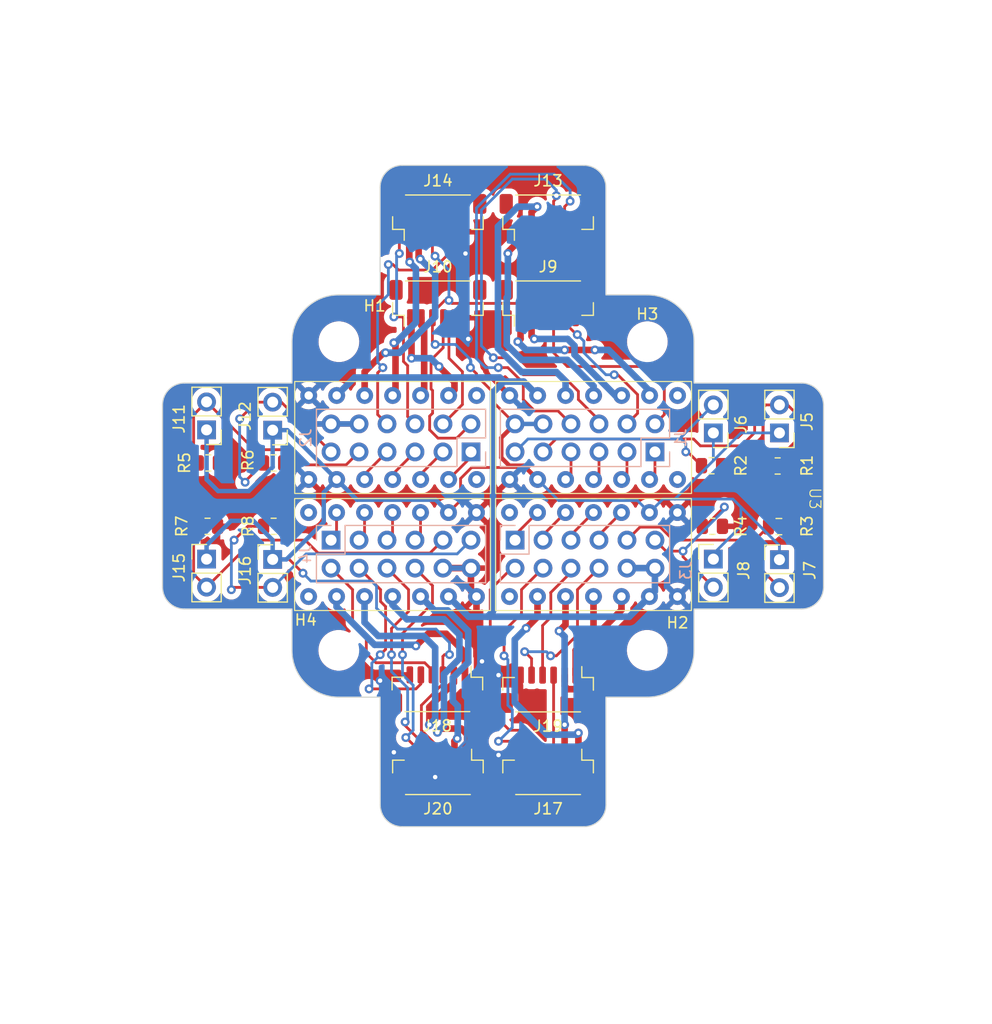
<source format=kicad_pcb>
(kicad_pcb (version 20221018) (generator pcbnew)
  (layers (0 "F.Cu" signal) (31 "B.Cu" signal) (34 "B.Paste" user) (35 "F.Paste" user) (36 "B.SilkS" user "B.Silkscreen") (37 "F.SilkS" user "F.Silkscreen") (38 "B.Mask" user) (39 "F.Mask" user) (44 "Edge.Cuts" user))
  (net 0 "")
  (net 1 "/MA_00")
  (net 2 "/MB_00")
  (net 3 "/MA_10")
  (net 4 "/MB_10")
  (net 5 "/MA_20")
  (net 6 "/MB_20")
  (net 7 "/MA_30")
  (net 8 "/MB_30")
  (net 9 "/MA_01")
  (net 10 "/MB_01")
  (net 11 "/MA_11")
  (net 12 "/MB_11")
  (net 13 "/MA_21")
  (net 14 "/MB_21")
  (net 15 "/MA_31")
  (net 16 "/MB_31")
  (net 17 "/EA_00")
  (net 18 "/EB_00")
  (net 19 "/EA_10")
  (net 20 "/EB_10")
  (net 21 "/EA_20")
  (net 22 "/EB_20")
  (net 23 "/EA_30")
  (net 24 "/EB_30")
  (net 25 "/EA_01")
  (net 26 "/EB_01")
  (net 27 "/EA_11")
  (net 28 "/EB_11")
  (net 29 "/EA_21")
  (net 30 "/EB_21")
  (net 31 "/EA_31")
  (net 32 "/EB_31")
  (net 33 "/INA_00")
  (net 34 "/INB_00")
  (net 35 "/INA_01")
  (net 36 "/INB_01")
  (net 37 "/INA_20")
  (net 38 "/INB_20")
  (net 39 "/INA_10")
  (net 40 "/INB_10")
  (net 41 "/INA_11")
  (net 42 "/INB_11")
  (net 43 "/INA_21")
  (net 44 "/INB_21")
  (net 45 "/INA_30")
  (net 46 "/INB_30")
  (net 47 "/INA_31")
  (net 48 "/INB_31")
  (net 49 "+3.3V")
  (net 50 "/SW_00")
  (net 51 "/SW_01")
  (net 52 "/SW_10")
  (net 53 "/SW_11")
  (net 54 "/SW_20")
  (net 55 "/SW_21")
  (net 56 "GND")
  (net 57 "/SW_30")
  (net 58 "/SW_31")
  (net 60 "+12V")
  (footprint "Polulu:DRV8835" (layer "F.Cu") (at 76.02 95.23 -90)
    (fp_text reference "U4" hide)
    (fp_text value "~")
  )
  (footprint "Connector_JST:JST_SH_BM06B-SRSS-TB_1x06-1MP_P1.00mm_Vertical" (layer "F.Cu") (at 81.25 69.7)
    (fp_text reference "J13")
    (fp_text value "Conn_01x06")
  )
  (footprint "Connector_PinHeader_2.54mm:PinHeader_1x02_P2.54mm_Vertical" (layer "F.Cu") (at 50.25 100.725)
    (fp_text reference "J15")
    (fp_text value "Conn_01x02")
  )
  (footprint "Connector_PinHeader_2.54mm:PinHeader_1x02_P2.54mm_Vertical" (layer "F.Cu") (at 96.25 100.725)
    (fp_text reference "J8")
    (fp_text value "Conn_01x02")
  )
  (footprint "Polulu:DRV8835" (layer "F.Cu") (at 94.26 95.23 -90)
    (fp_text reference "U3")
    (fp_text value "~")
  )
  (footprint "Resistor_SMD:R_0805_2012Metric" (layer "F.Cu") (at 96.1625 97.75)
    (fp_text reference "R4")
    (fp_text value "R")
  )
  (footprint "Connector_PinHeader_2.54mm:PinHeader_1x02_P2.54mm_Vertical" (layer "F.Cu") (at 56.25 89.025 180)
    (fp_text reference "J12")
    (fp_text value "Conn_01x02")
  )
  (footprint "MountingHole:MountingHole_3.2mm_M3" (layer "F.Cu") (at 90.26 81)
    (fp_text reference "H3")
    (fp_text value "MountingHole" hide)
  )
  (footprint "MountingHole:MountingHole_3.2mm_M3" (layer "F.Cu") (at 62.26 81)
    (fp_text reference "H1")
    (fp_text value "MountingHole" hide)
  )
  (footprint "Resistor_SMD:R_0805_2012Metric" (layer "F.Cu") (at 96.0875 92.25)
    (fp_text reference "R2")
    (fp_text value "R")
  )
  (footprint "Connector_PinHeader_2.54mm:PinHeader_1x02_P2.54mm_Vertical" (layer "F.Cu") (at 102.25 100.775)
    (fp_text reference "J7")
    (fp_text value "Conn_01x02")
  )
  (footprint "Resistor_SMD:R_0805_2012Metric" (layer "F.Cu") (at 50.3375 97.75)
    (fp_text reference "R7")
    (fp_text value "R")
  )
  (footprint "Connector_PinHeader_2.54mm:PinHeader_1x02_P2.54mm_Vertical" (layer "F.Cu") (at 56.25 100.75)
    (fp_text reference "J16")
    (fp_text value "Conn_01x02")
  )
  (footprint "MountingHole:MountingHole_3.2mm_M3" (layer "F.Cu") (at 62.25 109)
    (fp_text reference "H4")
    (fp_text value "MountingHole" hide)
  )
  (footprint "Connector_JST:JST_SH_BM06B-SRSS-TB_1x06-1MP_P1.00mm_Vertical" (layer "F.Cu") (at 71.25 69.7)
    (fp_text reference "J14")
    (fp_text value "Conn_01x06")
  )
  (footprint "Connector_JST:JST_SH_BM06B-SRSS-TB_1x06-1MP_P1.00mm_Vertical" (layer "F.Cu") (at 81.25 77.5)
    (fp_text reference "J9")
    (fp_text value "Conn_01x06")
  )
  (footprint "Connector_JST:JST_SH_BM06B-SRSS-TB_1x06-1MP_P1.00mm_Vertical" (layer "F.Cu") (at 71.25 120.075 180)
    (fp_text reference "J20")
    (fp_text value "Conn_01x06")
  )
  (footprint "Resistor_SMD:R_0805_2012Metric" (layer "F.Cu") (at 50.4125 92)
    (fp_text reference "R5")
    (fp_text value "R")
  )
  (footprint "Connector_PinHeader_2.54mm:PinHeader_1x02_P2.54mm_Vertical" (layer "F.Cu") (at 50.25 89 180)
    (fp_text reference "J11")
    (fp_text value "Conn_01x02")
  )
  (footprint "Resistor_SMD:R_0805_2012Metric" (layer "F.Cu") (at 102.0875 92.275)
    (fp_text reference "R1")
    (fp_text value "R")
  )
  (footprint "Polulu:DRV8835" (layer "F.Cu") (at 58.25 94.77 90)
    (fp_text reference "U2" hide)
    (fp_text value "~")
  )
  (footprint "Connector_JST:JST_SH_BM06B-SRSS-TB_1x06-1MP_P1.00mm_Vertical" (layer "F.Cu") (at 71.25 77.5)
    (fp_text reference "J10")
    (fp_text value "Conn_01x06")
  )
  (footprint "Connector_JST:JST_SH_BM06B-SRSS-TB_1x06-1MP_P1.00mm_Vertical" (layer "F.Cu") (at 81.25 112.575 180)
    (fp_text reference "J19")
    (fp_text value "Conn_01x06")
  )
  (footprint "Resistor_SMD:R_0805_2012Metric" (layer "F.Cu") (at 56.3375 92)
    (fp_text reference "R6")
    (fp_text value "R")
  )
  (footprint "Polulu:DRV8835" (layer "F.Cu") (at 76.49 94.77 90)
    (fp_text reference "U1" hide)
    (fp_text value "~")
  )
  (footprint "Connector_JST:JST_SH_BM06B-SRSS-TB_1x06-1MP_P1.00mm_Vertical" (layer "F.Cu") (at 71.2 112.55 180)
    (fp_text reference "J18")
    (fp_text value "Conn_01x06")
  )
  (footprint "Connector_JST:JST_SH_BM06B-SRSS-TB_1x06-1MP_P1.00mm_Vertical" (layer "F.Cu") (at 81.25 120.075 180)
    (fp_text reference "J17")
    (fp_text value "Conn_01x06")
  )
  (footprint "Resistor_SMD:R_0805_2012Metric" (layer "F.Cu") (at 56.3375 97.75)
    (fp_text reference "R8")
    (fp_text value "R")
  )
  (footprint "Capacitor_SMD:C_0805_2012Metric" (layer "F.Cu") (at 102.2 97.775)
    (fp_text reference "R3")
    (fp_text value "R")
  )
  (footprint "MountingHole:MountingHole_3.2mm_M3" (layer "F.Cu") (at 90.25 109)
    (fp_text reference "H2")
    (fp_text value "MountingHole" hide)
  )
  (footprint "Connector_PinHeader_2.54mm:PinHeader_1x02_P2.54mm_Vertical" (layer "F.Cu") (at 96.25 89.275 180)
    (fp_text reference "J6")
    (fp_text value "Conn_01x02")
  )
  (footprint "Connector_PinHeader_2.54mm:PinHeader_1x02_P2.54mm_Vertical" (layer "F.Cu") (at 102.25 89.275 180)
    (fp_text reference "J5")
    (fp_text value "Conn_01x02")
  )
  (footprint "Connector_PinHeader_2.54mm:PinHeader_2x06_P2.54mm_Vertical" (layer "B.Cu") (at 74.25 91 90)
    (fp_text reference "J2")
    (fp_text value "Conn_02x06_Odd_Even")
  )
  (footprint "Connector_PinHeader_2.54mm:PinHeader_2x06_P2.54mm_Vertical" (layer "B.Cu") (at 78.25 99 -90)
    (fp_text reference "J3")
    (fp_text value "Conn_02x06_Odd_Even")
  )
  (footprint "Connector_PinHeader_2.54mm:PinHeader_2x06_P2.54mm_Vertical" (layer "B.Cu") (at 61.55 99 -90)
    (fp_text reference "J4")
    (fp_text value "Conn_02x06_Odd_Even")
  )
  (footprint "Connector_PinHeader_2.54mm:PinHeader_2x06_P2.54mm_Vertical" (layer "B.Cu") (at 90.95 91 90)
    (fp_text reference "J1")
    (fp_text value "Conn_02x06_Odd_Even")
  )
  (gr_line (start 84.5 65) (end 68 65) (stroke (width 0.1)) (layer "Edge.Cuts"))
  (gr_arc (start 106.25 103.25) (mid 105.664214 104.664214) (end 104.25 105.25) (stroke (width 0.1)) (layer "Edge.Cuts"))
  (gr_arc (start 94.5 109) (mid 93.255204 112.005204) (end 90.25 113.25) (stroke (width 0.1)) (layer "Edge.Cuts"))
  (gr_line (start 84.51 125) (end 68.01 125) (stroke (width 0.1)) (layer "Edge.Cuts"))
  (gr_arc (start 66 67) (mid 66.585786 65.585786) (end 68 65) (stroke (width 0.1)) (layer "Edge.Cuts"))
  (gr_line (start 58 81) (end 58 84.75) (stroke (width 0.1)) (layer "Edge.Cuts"))
  (gr_line (start 66 76.75) (end 66 67) (stroke (width 0.1)) (layer "Edge.Cuts"))
  (gr_line (start 86.5 113.25) (end 86.51 123) (stroke (width 0.1)) (layer "Edge.Cuts"))
  (gr_line (start 58 84.75) (end 48.25 84.75) (stroke (width 0.1)) (layer "Edge.Cuts"))
  (gr_line (start 94.5 84.75) (end 104.25 84.75) (stroke (width 0.1)) (layer "Edge.Cuts"))
  (gr_line (start 66 113.25) (end 62.25 113.25) (stroke (width 0.1)) (layer "Edge.Cuts"))
  (gr_arc (start 68.01 125) (mid 66.595786 124.414214) (end 66.01 123) (stroke (width 0.1)) (layer "Edge.Cuts"))
  (gr_line (start 94.5 109) (end 94.5 105.25) (stroke (width 0.1)) (layer "Edge.Cuts"))
  (gr_line (start 86.5 76.75) (end 90.25 76.75) (stroke (width 0.1)) (layer "Edge.Cuts"))
  (gr_arc (start 48.25 105.25) (mid 46.835786 104.664214) (end 46.25 103.25) (stroke (width 0.1)) (layer "Edge.Cuts"))
  (gr_arc (start 84.5 65) (mid 85.914214 65.585786) (end 86.5 67) (stroke (width 0.1)) (layer "Edge.Cuts"))
  (gr_line (start 90.25 113.25) (end 86.5 113.25) (stroke (width 0.1)) (layer "Edge.Cuts"))
  (gr_arc (start 104.25 84.75) (mid 105.664214 85.335786) (end 106.25 86.75) (stroke (width 0.1)) (layer "Edge.Cuts"))
  (gr_line (start 104.25 105.25) (end 94.5 105.25) (stroke (width 0.1)) (layer "Edge.Cuts"))
  (gr_arc (start 58 81) (mid 59.244796 77.994796) (end 62.25 76.75) (stroke (width 0.1)) (layer "Edge.Cuts"))
  (gr_arc (start 90.25 76.75) (mid 93.255204 77.994796) (end 94.5 81) (stroke (width 0.1)) (layer "Edge.Cuts"))
  (gr_line (start 46.25 103.25) (end 46.25 86.75) (stroke (width 0.1)) (layer "Edge.Cuts"))
  (gr_arc (start 46.25 86.75) (mid 46.835786 85.335786) (end 48.25 84.75) (stroke (width 0.1)) (layer "Edge.Cuts"))
  (gr_arc (start 86.51 123) (mid 85.924214 124.414214) (end 84.51 125) (stroke (width 0.1)) (layer "Edge.Cuts"))
  (gr_line (start 66.01 123) (end 66 113.25) (stroke (width 0.1)) (layer "Edge.Cuts"))
  (gr_line (start 58 109) (end 58 105.25) (stroke (width 0.1)) (layer "Edge.Cuts"))
  (gr_line (start 48.25 105.25) (end 58 105.25) (stroke (width 0.1)) (layer "Edge.Cuts"))
  (gr_line (start 66 76.75) (end 62.25 76.75) (stroke (width 0.1)) (layer "Edge.Cuts"))
  (gr_arc (start 62.25 113.25) (mid 59.244796 112.005204) (end 58 109) (stroke (width 0.1)) (layer "Edge.Cuts"))
  (gr_line (start 106.25 86.75) (end 106.25 103.25) (stroke (width 0.1)) (layer "Edge.Cuts"))
  (gr_line (start 94.5 81) (end 94.5 84.75) (stroke (width 0.1)) (layer "Edge.Cuts"))
  (gr_line (start 86.5 76.75) (end 86.5 67) (stroke (width 0.1)) (layer "Edge.Cuts"))
  (segment (start 78.75 80.75) (end 78.5 81) (width 0.6) (layer "F.Cu") (net 1))
  (segment (start 78.75 78.825) (end 78.75 80.75) (width 0.6) (layer "F.Cu") (net 1))
  (segment (start 82.75 81.75) (end 85.5 81.75) (width 0.6) (layer "F.Cu") (net 1))
  (via (at 78.5 81) (size 0.8) (drill 0.4) (layers "F.Cu" "B.Cu") (net 1))
  (via (at 85.5 81.75) (size 0.8) (drill 0.4) (layers "F.Cu" "B.Cu") (net 1))
  (via (at 82.75 81.75) (size 0.8) (drill 0.4) (layers "F.Cu" "B.Cu") (net 1))
  (segment (start 79.25 81.75) (end 78.5 81) (width 0.6) (layer "B.Cu") (net 1))
  (segment (start 85.5 81.75) (end 86.75 81.75) (width 0.6) (layer "B.Cu") (net 1))
  (segment (start 90.46 85.46) (end 90.46 85.88) (width 0.6) (layer "B.Cu") (net 1))
  (segment (start 86.75 81.75) (end 90.46 85.46) (width 0.6) (layer "B.Cu") (net 1))
  (segment (start 82.75 81.75) (end 79.25 81.75) (width 0.6) (layer "B.Cu") (net 1))
  (segment (start 79.75 78.825) (end 79.75 80.5) (width 0.6) (layer "F.Cu") (net 2))
  (segment (start 79.75 80.5) (end 80 80.75) (width 0.6) (layer "F.Cu") (net 2))
  (via (at 80 80.75) (size 0.8) (drill 0.4) (layers "F.Cu" "B.Cu") (net 2))
  (segment (start 83.65 82.172793) (end 87.357207 85.88) (width 0.6) (layer "B.Cu") (net 2))
  (segment (start 87.357207 85.88) (end 87.92 85.88) (width 0.6) (layer "B.Cu") (net 2))
  (segment (start 83.65 81.377207) (end 83.65 82.172793) (width 0.6) (layer "B.Cu") (net 2))
  (segment (start 80 80.75) (end 83.022793 80.75) (width 0.6) (layer "B.Cu") (net 2))
  (segment (start 83.022793 80.75) (end 83.65 81.377207) (width 0.6) (layer "B.Cu") (net 2))
  (segment (start 80.29 105.96) (end 79.25 107) (width 0.6) (layer "F.Cu") (net 3))
  (segment (start 84 116.5) (end 84 118.5) (width 0.6) (layer "F.Cu") (net 3))
  (segment (start 80.29 104.12) (end 80.29 105.96) (width 0.6) (layer "F.Cu") (net 3))
  (segment (start 84 118.5) (end 83.75 118.75) (width 0.6) (layer "F.Cu") (net 3))
  (via (at 79.25 107) (size 0.8) (drill 0.4) (layers "F.Cu" "B.Cu") (net 3))
  (via (at 84 116.5) (size 0.8) (drill 0.4) (layers "F.Cu" "B.Cu") (net 3))
  (segment (start 78.225 108.025) (end 78.225 113.725) (width 0.6) (layer "B.Cu") (net 3))
  (segment (start 83.85 116.65) (end 84 116.5) (width 0.6) (layer "B.Cu") (net 3))
  (segment (start 78.225 113.725) (end 81.15 116.65) (width 0.6) (layer "B.Cu") (net 3))
  (segment (start 79.25 107) (end 78.225 108.025) (width 0.6) (layer "B.Cu") (net 3))
  (segment (start 81.15 116.65) (end 83.85 116.65) (width 0.6) (layer "B.Cu") (net 3))
  (segment (start 82.83 104.12) (end 82.83 106.67) (width 0.6) (layer "F.Cu") (net 4))
  (segment (start 82.83 106.67) (end 82.25 107.25) (width 0.6) (layer "F.Cu") (net 4))
  (segment (start 82.75 115.75) (end 82.75 118.75) (width 0.6) (layer "F.Cu") (net 4))
  (via (at 82.25 107.25) (size 0.8) (drill 0.4) (layers "F.Cu" "B.Cu") (net 4))
  (via (at 82.75 115.75) (size 0.8) (drill 0.4) (layers "F.Cu" "B.Cu") (net 4))
  (segment (start 82.75 107.75) (end 82.25 107.25) (width 0.6) (layer "B.Cu") (net 4))
  (segment (start 82.75 115.75) (end 82.75 107.75) (width 0.6) (layer "B.Cu") (net 4))
  (segment (start 72.75 85.35) (end 72.22 85.88) (width 0.6) (layer "F.Cu") (net 5))
  (segment (start 68.852 82.5) (end 68.852 78.927) (width 0.6) (layer "F.Cu") (net 5))
  (segment (start 72.75 84.6505) (end 72.75 85.35) (width 0.6) (layer "F.Cu") (net 5))
  (segment (start 68.852 78.927) (end 68.75 78.825) (width 0.6) (layer "F.Cu") (net 5))
  (segment (start 71.3495 83.25) (end 72.75 84.6505) (width 0.6) (layer "F.Cu") (net 5))
  (via (at 71.3495 83.25) (size 0.8) (drill 0.4) (layers "F.Cu" "B.Cu") (net 5))
  (via (at 68.852 82.5) (size 0.8) (drill 0.4) (layers "F.Cu" "B.Cu") (net 5))
  (segment (start 71.3495 83.25) (end 70.5995 82.5) (width 0.6) (layer "B.Cu") (net 5))
  (segment (start 70.5995 82.5) (end 68.852 82.5) (width 0.6) (layer "B.Cu") (net 5))
  (segment (start 69.75 78.825) (end 69.75 79.519239) (width 0.6) (layer "F.Cu") (net 6))
  (segment (start 70 79.769239) (end 70 85.56) (width 0.6) (layer "F.Cu") (net 6))
  (segment (start 69.75 79.519239) (end 70 79.769239) (width 0.6) (layer "F.Cu") (net 6))
  (segment (start 70 85.56) (end 69.68 85.88) (width 0.6) (layer "F.Cu") (net 6))
  (segment (start 70.3495 107.5) (end 72 107.5) (width 0.6) (layer "F.Cu") (net 7))
  (segment (start 73.7 109.2) (end 73.7 111.225) (width 0.6) (layer "F.Cu") (net 7))
  (segment (start 72 107.5) (end 73.7 109.2) (width 0.6) (layer "F.Cu") (net 7))
  (segment (start 69.25 108.5995) (end 70.3495 107.5) (width 0.6) (layer "F.Cu") (net 7))
  (via (at 69.25 108.5995) (size 0.8) (drill 0.4) (layers "F.Cu" "B.Cu") (net 7))
  (segment (start 62.05 105.05) (end 62.05 104.12) (width 0.6) (layer "B.Cu") (net 7))
  (segment (start 65.5 108.5) (end 62.05 105.05) (width 0.6) (layer "B.Cu") (net 7))
  (segment (start 69.25 108.5995) (end 69.1505 108.5) (width 0.6) (layer "B.Cu") (net 7))
  (segment (start 69.1505 108.5) (end 65.5 108.5) (width 0.6) (layer "B.Cu") (net 7))
  (segment (start 70.4745 114.144739) (end 72.7 111.919239) (width 0.6) (layer "F.Cu") (net 8))
  (segment (start 70.4745 115.75) (end 70.4745 114.144739) (width 0.6) (layer "F.Cu") (net 8))
  (segment (start 72.7 111.919239) (end 72.7 111.225) (width 0.6) (layer "F.Cu") (net 8))
  (via (at 70.4745 115.75) (size 0.8) (drill 0.4) (layers "F.Cu" "B.Cu") (net 8))
  (segment (start 71 108.75) (end 69.95 107.7) (width 0.6) (layer "B.Cu") (net 8))
  (segment (start 71 115.2245) (end 71 108.75) (width 0.6) (layer "B.Cu") (net 8))
  (segment (start 64.59 106.45863) (end 64.59 104.12) (width 0.6) (layer "B.Cu") (net 8))
  (segment (start 65.83137 107.7) (end 64.59 106.45863) (width 0.6) (layer "B.Cu") (net 8))
  (segment (start 69.95 107.7) (end 65.83137 107.7) (width 0.6) (layer "B.Cu") (net 8))
  (segment (start 70.4745 115.75) (end 71 115.2245) (width 0.6) (layer "B.Cu") (net 8))
  (segment (start 77.5995 73) (end 77.5995 72.869739) (width 0.6) (layer "F.Cu") (net 9))
  (segment (start 78.75 71.719239) (end 78.75 71.025) (width 0.6) (layer "F.Cu") (net 9))
  (segment (start 77.5995 72.869739) (end 78.75 71.719239) (width 0.6) (layer "F.Cu") (net 9))
  (via (at 77.5995 73) (size 0.8) (drill 0.4) (layers "F.Cu" "B.Cu") (net 9))
  (segment (start 77.5995 76.9005) (end 77.5 77) (width 0.6) (layer "B.Cu") (net 9))
  (segment (start 77.5995 73) (end 77.5995 76.9005) (width 0.6) (layer "B.Cu") (net 9))
  (segment (start 77.5 81.272793) (end 78.877207 82.65) (width 0.6) (layer "B.Cu") (net 9))
  (segment (start 85.38 85.034163) (end 85.38 85.88) (width 0.6) (layer "B.Cu") (net 9))
  (segment (start 82.995836 82.65) (end 85.38 85.034163) (width 0.6) (layer "B.Cu") (net 9))
  (segment (start 77.5 77) (end 77.5 81.272793) (width 0.6) (layer "B.Cu") (net 9))
  (segment (start 78.877207 82.65) (end 82.995836 82.65) (width 0.6) (layer "B.Cu") (net 9))
  (segment (start 79.75 71.025) (end 79.75 69.25) (width 0.6) (layer "F.Cu") (net 10))
  (segment (start 79.75 69.25) (end 80.25 68.75) (width 0.6) (layer "F.Cu") (net 10))
  (via (at 80.25 68.75) (size 0.8) (drill 0.4) (layers "F.Cu" "B.Cu") (net 10))
  (segment (start 82 83.75) (end 78.845837 83.75) (width 0.6) (layer "B.Cu") (net 10))
  (segment (start 78.845837 83.75) (end 76.7 81.604163) (width 0.6) (layer "B.Cu") (net 10))
  (segment (start 76.7 70.55) (end 78.5 68.75) (width 0.6) (layer "B.Cu") (net 10))
  (segment (start 82.84 85.88) (end 82.84 84.59) (width 0.6) (layer "B.Cu") (net 10))
  (segment (start 78.5 68.75) (end 80.25 68.75) (width 0.6) (layer "B.Cu") (net 10))
  (segment (start 82.84 84.59) (end 82 83.75) (width 0.6) (layer "B.Cu") (net 10))
  (segment (start 76.7 81.604163) (end 76.7 70.55) (width 0.6) (layer "B.Cu") (net 10))
  (segment (start 85.37 107.38) (end 83.75 109) (width 0.6) (layer "F.Cu") (net 11))
  (segment (start 83.75 109) (end 83.75 111.25) (width 0.6) (layer "F.Cu") (net 11))
  (segment (start 85.37 104.12) (end 85.37 107.38) (width 0.6) (layer "F.Cu") (net 11))
  (segment (start 83.025 112.525) (end 82.75 112.25) (width 0.6) (layer "F.Cu") (net 12))
  (segment (start 87.91 104.12) (end 87.91 105.34) (width 0.6) (layer "F.Cu") (net 12))
  (segment (start 84.944239 111.75) (end 84.169239 112.525) (width 0.6) (layer "F.Cu") (net 12))
  (segment (start 87.91 105.34) (end 86.25 107) (width 0.6) (layer "F.Cu") (net 12))
  (segment (start 86.25 111) (end 85.5 111.75) (width 0.6) (layer "F.Cu") (net 12))
  (segment (start 85.5 111.75) (end 84.944239 111.75) (width 0.6) (layer "F.Cu") (net 12))
  (segment (start 82.75 112.25) (end 82.75 111.25) (width 0.6) (layer "F.Cu") (net 12))
  (segment (start 86.25 107) (end 86.25 111) (width 0.6) (layer "F.Cu") (net 12))
  (segment (start 84.169239 112.525) (end 83.025 112.525) (width 0.6) (layer "F.Cu") (net 12))
  (segment (start 67.25 81.1005) (end 67.4 81.2505) (width 0.6) (layer "F.Cu") (net 13))
  (segment (start 68.688717 73.7755) (end 68.649503 73.736286) (width 0.6) (layer "F.Cu") (net 13))
  (segment (start 67.4 85.62) (end 67.14 85.88) (width 0.6) (layer "F.Cu") (net 13))
  (segment (start 67.4 81.2505) (end 67.4 85.62) (width 0.6) (layer "F.Cu") (net 13))
  (segment (start 68.649503 71.125497) (end 68.75 71.025) (width 0.6) (layer "F.Cu") (net 13))
  (segment (start 68.649503 73.736286) (end 68.649503 71.125497) (width 0.6) (layer "F.Cu") (net 13))
  (via (at 67.25 81.1005) (size 0.8) (drill 0.4) (layers "F.Cu" "B.Cu") (net 13))
  (via (at 68.688717 73.7755) (size 0.8) (drill 0.4) (layers "F.Cu" "B.Cu") (net 13))
  (segment (start 68.688717 73.7755) (end 68.688717 73.81201) (width 0.6) (layer "B.Cu") (net 13))
  (segment (start 69.25 74.373293) (end 69.25 79.25) (width 0.6) (layer "B.Cu") (net 13))
  (segment (start 68.688717 73.81201) (end 69.25 74.373293) (width 0.6) (layer "B.Cu") (net 13))
  (segment (start 67.3995 81.1005) (end 67.25 81.1005) (width 0.6) (layer "B.Cu") (net 13))
  (segment (start 69.25 79.25) (end 67.3995 81.1005) (width 0.6) (layer "B.Cu") (net 13))
  (segment (start 69.5 73.3505) (end 69.5 72.477207) (width 0.6) (layer "F.Cu") (net 14))
  (segment (start 64.6 83.727707) (end 64.6 85.88) (width 0.6) (layer "F.Cu") (net 14))
  (segment (start 69.5 72.477207) (end 69.75 72.227207) (width 0.6) (layer "F.Cu") (net 14))
  (segment (start 66.5 82) (end 66.327707 82) (width 0.6) (layer "F.Cu") (net 14))
  (segment (start 69.75 72.227207) (end 69.75 71.025) (width 0.6) (layer "F.Cu") (net 14))
  (segment (start 69.6495 73.5) (end 69.5 73.3505) (width 0.6) (layer "F.Cu") (net 14))
  (segment (start 66.327707 82) (end 64.6 83.727707) (width 0.6) (layer "F.Cu") (net 14))
  (via (at 66.5 82) (size 0.8) (drill 0.4) (layers "F.Cu" "B.Cu") (net 14))
  (via (at 69.6495 73.5) (size 0.8) (drill 0.4) (layers "F.Cu" "B.Cu") (net 14))
  (segment (start 71 78.75) (end 67.75 82) (width 0.6) (layer "B.Cu") (net 14))
  (segment (start 71 74.8505) (end 71 78.75) (width 0.6) (layer "B.Cu") (net 14))
  (segment (start 69.6495 73.5) (end 71 74.8505) (width 0.6) (layer "B.Cu") (net 14))
  (segment (start 67.75 82) (end 66.5 82) (width 0.6) (layer "B.Cu") (net 14))
  (segment (start 73.373293 116.1) (end 73.9 116.626707) (width 0.6) (layer "F.Cu") (net 15))
  (segment (start 71.537573 116.1) (end 73.373293 116.1) (width 0.6) (layer "F.Cu") (net 15))
  (segment (start 73.9 117.372293) (end 73.75 117.522293) (width 0.6) (layer "F.Cu") (net 15))
  (segment (start 73.75 117.522293) (end 73.75 118.75) (width 0.6) (layer "F.Cu") (net 15))
  (segment (start 71.198605 116.438968) (end 71.537573 116.1) (width 0.6) (layer "F.Cu") (net 15))
  (segment (start 73.9 116.626707) (end 73.9 117.372293) (width 0.6) (layer "F.Cu") (net 15))
  (via (at 71.198605 116.438968) (size 0.8) (drill 0.4) (layers "F.Cu" "B.Cu") (net 15))
  (segment (start 71.8 111.159336) (end 73.2005 109.758836) (width 0.6) (layer "B.Cu") (net 15))
  (segment (start 71.80063 106.182) (end 68.432 106.182) (width 0.6) (layer "B.Cu") (net 15))
  (segment (start 67.13 104.88) (end 67.13 104.12) (width 0.6) (layer "B.Cu") (net 15))
  (segment (start 73.2005 107.58187) (end 71.80063 106.182) (width 0.6) (layer "B.Cu") (net 15))
  (segment (start 71.8 115.837573) (end 71.8 111.159336) (width 0.6) (layer "B.Cu") (net 15))
  (segment (start 68.432 106.182) (end 67.13 104.88) (width 0.6) (layer "B.Cu") (net 15))
  (segment (start 71.198605 116.438968) (end 71.8 115.837573) (width 0.6) (layer "B.Cu") (net 15))
  (segment (start 73.2005 109.758836) (end 73.2005 107.58187) (width 0.6) (layer "B.Cu") (net 15))
  (segment (start 73 116.9995) (end 72.75 117.2495) (width 0.6) (layer "F.Cu") (net 16))
  (segment (start 72.75 117.2495) (end 72.75 118.75) (width 0.6) (layer "F.Cu") (net 16))
  (via (at 73 116.9995) (size 0.8) (drill 0.4) (layers "F.Cu" "B.Cu") (net 16))
  (segment (start 74.0005 110.090206) (end 74.0005 107.250499) (width 0.6) (layer "B.Cu") (net 16))
  (segment (start 73.0505 114.045836) (end 72.6 113.595336) (width 0.6) (layer "B.Cu") (net 16))
  (segment (start 72.6 113.595336) (end 72.6 111.490706) (width 0.6) (layer "B.Cu") (net 16))
  (segment (start 72.132 105.382) (end 70.932 105.382) (width 0.6) (layer "B.Cu") (net 16))
  (segment (start 73.0505 116.949) (end 73.0505 114.045836) (width 0.6) (layer "B.Cu") (net 16))
  (segment (start 72.6 111.490706) (end 74.0005 110.090206) (width 0.6) (layer "B.Cu") (net 16))
  (segment (start 74.0005 107.250499) (end 72.132 105.382) (width 0.6) (layer "B.Cu") (net 16))
  (segment (start 73 116.9995) (end 73.0505 116.949) (width 0.6) (layer "B.Cu") (net 16))
  (segment (start 70.932 105.382) (end 69.67 104.12) (width 0.6) (layer "B.Cu") (net 16))
  (segment (start 90.25 83.25) (end 91.8 84.8) (width 0.25) (layer "F.Cu") (net 17))
  (segment (start 91.8 84.8) (end 91.8 87.61) (width 0.25) (layer "F.Cu") (net 17))
  (segment (start 81.75 82) (end 83 83.25) (width 0.25) (layer "F.Cu") (net 17))
  (segment (start 81.75 78.825) (end 81.75 82) (width 0.25) (layer "F.Cu") (net 17))
  (segment (start 83 83.25) (end 90.25 83.25) (width 0.25) (layer "F.Cu") (net 17))
  (segment (start 91.8 87.61) (end 90.95 88.46) (width 0.25) (layer "F.Cu") (net 17))
  (segment (start 82.75 79.271751) (end 82.75 78.825) (width 0.25) (layer "F.Cu") (net 18))
  (segment (start 87.577251 84) (end 89.373 85.795749) (width 0.25) (layer "F.Cu") (net 18))
  (segment (start 83.830809 80.35256) (end 82.75 79.271751) (width 0.25) (layer "F.Cu") (net 18))
  (segment (start 83.89744 80.35256) (end 83.830809 80.35256) (width 0.25) (layer "F.Cu") (net 18))
  (segment (start 89.373 85.795749) (end 89.373 87.497) (width 0.25) (layer "F.Cu") (net 18))
  (segment (start 87.25 84) (end 87.577251 84) (width 0.25) (layer "F.Cu") (net 18))
  (segment (start 89.373 87.497) (end 88.41 88.46) (width 0.25) (layer "F.Cu") (net 18))
  (via (at 83.89744 80.35256) (size 0.8) (drill 0.4) (layers "F.Cu" "B.Cu") (net 18))
  (via (at 87.25 84) (size 0.8) (drill 0.4) (layers "F.Cu" "B.Cu") (net 18))
  (segment (start 86.5 84) (end 84.5 82) (width 0.25) (layer "B.Cu") (net 18))
  (segment (start 84.5 80.95512) (end 83.89744 80.35256) (width 0.25) (layer "B.Cu") (net 18))
  (segment (start 87.25 84) (end 86.5 84) (width 0.25) (layer "B.Cu") (net 18))
  (segment (start 84.5 82) (end 84.5 80.95512) (width 0.25) (layer "B.Cu") (net 18))
  (segment (start 77.75 116.25) (end 79 116.25) (width 0.25) (layer "F.Cu") (net 19))
  (segment (start 76 112.786827) (end 76.25 113.036827) (width 0.25) (layer "F.Cu") (net 19))
  (segment (start 79 116.25) (end 80.75 118) (width 0.25) (layer "F.Cu") (net 19))
  (segment (start 78.25 101.54) (end 77.96 101.54) (width 0.25) (layer "F.Cu") (net 19))
  (segment (start 76.25 114.75) (end 77.75 116.25) (width 0.25) (layer "F.Cu") (net 19))
  (segment (start 77.96 101.54) (end 76 103.5) (width 0.25) (layer "F.Cu") (net 19))
  (segment (start 76 103.5) (end 76 112.786827) (width 0.25) (layer "F.Cu") (net 19))
  (segment (start 76.25 113.036827) (end 76.25 114.75) (width 0.25) (layer "F.Cu") (net 19))
  (segment (start 80.75 118) (end 80.75 118.75) (width 0.25) (layer "F.Cu") (net 19))
  (segment (start 78.837 103.493) (end 80.79 101.54) (width 0.25) (layer "F.Cu") (net 20))
  (segment (start 77.25 107.25) (end 78.837 105.663) (width 0.25) (layer "F.Cu") (net 20))
  (segment (start 79.75 118.303249) (end 78.696751 117.25) (width 0.25) (layer "F.Cu") (net 20))
  (segment (start 79.75 118.75) (end 79.75 118.303249) (width 0.25) (layer "F.Cu") (net 20))
  (segment (start 78.837 105.663) (end 78.837 103.493) (width 0.25) (layer "F.Cu") (net 20))
  (segment (start 77.25 109.5) (end 77.25 107.25) (width 0.25) (layer "F.Cu") (net 20))
  (segment (start 78.696751 117.25) (end 76.75 117.25) (width 0.25) (layer "F.Cu") (net 20))
  (via (at 77.25 109.5) (size 0.8) (drill 0.4) (layers "F.Cu" "B.Cu") (net 20))
  (via (at 76.75 117.25) (size 0.8) (drill 0.4) (layers "F.Cu" "B.Cu") (net 20))
  (segment (start 77.6 109.85) (end 77.6 113.983884) (width 0.25) (layer "B.Cu") (net 20))
  (segment (start 77.25 109.5) (end 77.6 109.85) (width 0.25) (layer "B.Cu") (net 20))
  (segment (start 78 116) (end 76.75 117.25) (width 0.25) (layer "B.Cu") (net 20))
  (segment (start 78 114.383884) (end 78 116) (width 0.25) (layer "B.Cu") (net 20))
  (segment (start 77.6 113.983884) (end 78 114.383884) (width 0.25) (layer "B.Cu") (net 20))
  (segment (start 70.767 85.429749) (end 70.767 87.482999) (width 0.25) (layer "F.Cu") (net 21))
  (segment (start 70.625 85.287749) (end 70.767 85.429749) (width 0.25) (layer "F.Cu") (net 21))
  (segment (start 72.96 89.75) (end 74.25 88.46) (width 0.25) (layer "F.Cu") (net 21))
  (segment (start 70.5 87.749999) (end 70.5 89) (width 0.25) (layer "F.Cu") (net 21))
  (segment (start 70.625 82.650305) (end 70.625 85.287749) (width 0.25) (layer "F.Cu") (net 21))
  (segment (start 70.767 87.482999) (end 70.5 87.749999) (width 0.25) (layer "F.Cu") (net 21))
  (segment (start 71.75 79.575) (end 71.725 79.55) (width 0.25) (layer "F.Cu") (net 21))
  (segment (start 71.75 78.825) (end 71.75 79.575) (width 0.25) (layer "F.Cu") (net 21))
  (segment (start 70.5 89) (end 71.25 89.75) (width 0.25) (layer "F.Cu") (net 21))
  (segment (start 71.725 81.550305) (end 70.625 82.650305) (width 0.25) (layer "F.Cu") (net 21))
  (segment (start 71.25 89.75) (end 72.96 89.75) (width 0.25) (layer "F.Cu") (net 21))
  (segment (start 71.725 79.55) (end 71.725 81.550305) (width 0.25) (layer "F.Cu") (net 21))
  (segment (start 72.25 82.5) (end 73.475 83.725) (width 0.25) (layer "F.Cu") (net 22))
  (segment (start 73.475 83.725) (end 73.475 86.695) (width 0.25) (layer "F.Cu") (net 22))
  (segment (start 72.25 79.771751) (end 72.25 82.5) (width 0.25) (layer "F.Cu") (net 22))
  (segment (start 73.475 86.695) (end 71.71 88.46) (width 0.25) (layer "F.Cu") (net 22))
  (segment (start 72.75 79.271751) (end 72.25 79.771751) (width 0.25) (layer "F.Cu") (net 22))
  (segment (start 72.75 78.825) (end 72.75 79.271751) (width 0.25) (layer "F.Cu") (net 22))
  (segment (start 70.046751 110.125) (end 70.7 110.778249) (width 0.25) (layer "F.Cu") (net 23))
  (segment (start 64.75 109.25) (end 65.625 110.125) (width 0.25) (layer "F.Cu") (net 23))
  (segment (start 70.7 110.778249) (end 70.7 111.225) (width 0.25) (layer "F.Cu") (net 23))
  (segment (start 64.75 107.75) (end 64.75 109.25) (width 0.25) (layer "F.Cu") (net 23))
  (segment (start 63.503 106.503) (end 64.75 107.75) (width 0.25) (layer "F.Cu") (net 23))
  (segment (start 61.55 101.54) (end 63.503 103.493) (width 0.25) (layer "F.Cu") (net 23))
  (segment (start 65.625 110.125) (end 70.046751 110.125) (width 0.25) (layer "F.Cu") (net 23))
  (segment (start 63.503 103.493) (end 63.503 106.503) (width 0.25) (layer "F.Cu") (net 23))
  (segment (start 66.5 108.912799) (end 66.5 105.027251) (width 0.25) (layer "F.Cu") (net 24))
  (segment (start 66.012299 109.4005) (end 66.5 108.912799) (width 0.25) (layer "F.Cu") (net 24))
  (segment (start 66.043 104.570251) (end 66.043 103.493) (width 0.25) (layer "F.Cu") (net 24))
  (segment (start 66.043 103.493) (end 64.09 101.54) (width 0.25) (layer "F.Cu") (net 24))
  (segment (start 65 112.5) (end 69.25 112.5) (width 0.25) (layer "F.Cu") (net 24))
  (segment (start 69.7 112.05) (end 69.7 111.225) (width 0.25) (layer "F.Cu") (net 24))
  (segment (start 66.5 105.027251) (end 66.043 104.570251) (width 0.25) (layer "F.Cu") (net 24))
  (segment (start 69.25 112.5) (end 69.7 112.05) (width 0.25) (layer "F.Cu") (net 24))
  (via (at 65 112.5) (size 0.8) (drill 0.4) (layers "F.Cu" "B.Cu") (net 24))
  (via (at 66.012299 109.4005) (size 0.8) (drill 0.4) (layers "F.Cu" "B.Cu") (net 24))
  (segment (start 66.012299 109.4005) (end 65.25 110.162799) (width 0.25) (layer "B.Cu") (net 24))
  (segment (start 65.25 112.25) (end 65 112.5) (width 0.25) (layer "B.Cu") (net 24))
  (segment (start 65.25 110.162799) (end 65.25 112.25) (width 0.25) (layer "B.Cu") (net 24))
  (segment (start 82.497251 84) (end 84 85.502749) (width 0.25) (layer "F.Cu") (net 25))
  (segment (start 76.280517 82.456766) (end 77.456766 82.456766) (width 0.25) (layer "F.Cu") (net 25))
  (segment (start 84 85.502749) (end 84 86.25) (width 0.25) (layer "F.Cu") (net 25))
  (segment (start 85.87 88.12) (end 85.87 88.46) (width 0.25) (layer "F.Cu") (net 25))
  (segment (start 77.456766 82.456766) (end 79 84) (width 0.25) (layer "F.Cu") (net 25))
  (segment (start 84 86.25) (end 85.87 88.12) (width 0.25) (layer "F.Cu") (net 25))
  (segment (start 82 68) (end 81.75 68.25) (width 0.25) (layer "F.Cu") (net 25))
  (segment (start 82 67.75) (end 82 68) (width 0.25) (layer "F.Cu") (net 25))
  (segment (start 81.75 68.25) (end 81.75 71.025) (width 0.25) (layer "F.Cu") (net 25))
  (segment (start 79 84) (end 82.497251 84) (width 0.25) (layer "F.Cu") (net 25))
  (via (at 76.280517 82.456766) (size 0.8) (drill 0.4) (layers "F.Cu" "B.Cu") (net 25))
  (via (at 82 67.75) (size 0.8) (drill 0.4) (layers "F.Cu" "B.Cu") (net 25))
  (segment (start 82 67.25) (end 82 67.75) (width 0.25) (layer "B.Cu") (net 25))
  (segment (start 75.2 69.05) (end 78 66.25) (width 0.25) (layer "B.Cu") (net 25))
  (segment (start 75.2 81.376249) (end 75.2 69.05) (width 0.25) (layer "B.Cu") (net 25))
  (segment (start 78 66.25) (end 81 66.25) (width 0.25) (layer "B.Cu") (net 25))
  (segment (start 76.280517 82.456766) (end 75.2 81.376249) (width 0.25) (layer "B.Cu") (net 25))
  (segment (start 81 66.25) (end 82 67.25) (width 0.25) (layer "B.Cu") (net 25))
  (segment (start 82.155 87.285) (end 83.33 88.46) (width 0.25) (layer "F.Cu") (net 26))
  (segment (start 80.035 87.285) (end 82.155 87.285) (width 0.25) (layer "F.Cu") (net 26))
  (segment (start 83.25 68.25) (end 82.75 68.75) (width 0.25) (layer "F.Cu") (net 26))
  (segment (start 77.6005 83.3505) (end 79 84.75) (width 0.25) (layer "F.Cu") (net 26))
  (segment (start 79 86.25) (end 80.035 87.285) (width 0.25) (layer "F.Cu") (net 26))
  (segment (start 76.728002 83.3505) (end 77.6005 83.3505) (width 0.25) (layer "F.Cu") (net 26))
  (segment (start 82.75 68.75) (end 82.75 71.025) (width 0.25) (layer "F.Cu") (net 26))
  (segment (start 79 84.75) (end 79 86.25) (width 0.25) (layer "F.Cu") (net 26))
  (via (at 76.728002 83.3505) (size 0.8) (drill 0.4) (layers "F.Cu" "B.Cu") (net 26))
  (via (at 83.25 68.25) (size 0.8) (drill 0.4) (layers "F.Cu" "B.Cu") (net 26))
  (segment (start 75.575195 83.3505) (end 74.75 82.525305) (width 0.25) (layer "B.Cu") (net 26))
  (segment (start 76.728002 83.3505) (end 75.575195 83.3505) (width 0.25) (layer "B.Cu") (net 26))
  (segment (start 77.813604 65.8) (end 81.8 65.8) (width 0.25) (layer "B.Cu") (net 26))
  (segment (start 74.75 68.863604) (end 77.813604 65.8) (width 0.25) (layer "B.Cu") (net 26))
  (segment (start 83.25 67.25) (end 83.25 68.25) (width 0.25) (layer "B.Cu") (net 26))
  (segment (start 74.75 82.525305) (end 74.75 68.863604) (width 0.25) (layer "B.Cu") (net 26))
  (segment (start 81.8 65.8) (end 83.25 67.25) (width 0.25) (layer "B.Cu") (net 26))
  (segment (start 81.478625 103.771375) (end 81.5 103.79275) (width 0.25) (layer "F.Cu") (net 27))
  (segment (start 81.5 103.79275) (end 81.5 106) (width 0.25) (layer "F.Cu") (net 27))
  (segment (start 80.75 106.75) (end 80.75 111.25) (width 0.25) (layer "F.Cu") (net 27))
  (segment (start 81.5 106) (end 80.75 106.75) (width 0.25) (layer "F.Cu") (net 27))
  (segment (start 83.33 101.54) (end 83.33 101.92) (width 0.25) (layer "F.Cu") (net 27))
  (segment (start 83.33 101.92) (end 81.478625 103.771375) (width 0.25) (layer "F.Cu") (net 27))
  (segment (start 82 109.5) (end 83.917 107.583) (width 0.25) (layer "F.Cu") (net 28))
  (segment (start 81.4745 109.5) (end 82 109.5) (width 0.25) (layer "F.Cu") (net 28))
  (segment (start 79.75 109.75) (end 79.75 111.25) (width 0.25) (layer "F.Cu") (net 28))
  (segment (start 83.917 103.493) (end 85.87 101.54) (width 0.25) (layer "F.Cu") (net 28))
  (segment (start 83.917 107.583) (end 83.917 103.493) (width 0.25) (layer "F.Cu") (net 28))
  (segment (start 79.125 109.125) (end 79.75 109.75) (width 0.25) (layer "F.Cu") (net 28))
  (via (at 81.4745 109.5) (size 0.8) (drill 0.4) (layers "F.Cu" "B.Cu") (net 28))
  (via (at 79.125 109.125) (size 0.8) (drill 0.4) (layers "F.Cu" "B.Cu") (net 28))
  (segment (start 79.125 109.125) (end 81.0995 109.125) (width 0.25) (layer "B.Cu") (net 28))
  (segment (start 81.0995 109.125) (end 81.4745 109.5) (width 0.25) (layer "B.Cu") (net 28))
  (segment (start 68.403249 69.925) (end 71.096751 69.925) (width 0.25) (layer "F.Cu") (net 29))
  (segment (start 68 78.75) (end 68.125 78.875) (width 0.25) (layer "F.Cu") (net 29))
  (segment (start 71.096751 69.925) (end 71.75 70.578249) (width 0.25) (layer "F.Cu") (net 29))
  (segment (start 68.125 78.875) (end 68.125 82.798305) (width 0.25) (layer "F.Cu") (net 29))
  (segment (start 67.25 78.75) (end 68 78.75) (width 0.25) (layer "F.Cu") (net 29))
  (segment (start 68.5 87.79) (end 69.17 88.46) (width 0.25) (layer "F.Cu") (net 29))
  (segment (start 68.125 82.798305) (end 68.5 83.173305) (width 0.25) (layer "F.Cu") (net 29))
  (segment (start 71.75 70.578249) (end 71.75 71.025) (width 0.25) (layer "F.Cu") (net 29))
  (segment (start 67.749503 73) (end 67.749503 70.578746) (width 0.25) (layer "F.Cu") (net 29))
  (segment (start 67.749503 70.578746) (end 68.403249 69.925) (width 0.25) (layer "F.Cu") (net 29))
  (segment (start 68.5 83.173305) (end 68.5 87.79) (width 0.25) (layer "F.Cu") (net 29))
  (via (at 67.25 78.75) (size 0.8) (drill 0.4) (layers "F.Cu" "B.Cu") (net 29))
  (via (at 67.749503 73) (size 0.8) (drill 0.4) (layers "F.Cu" "B.Cu") (net 29))
  (segment (start 67.25 78.75) (end 67.5 78.5) (width 0.25) (layer "B.Cu") (net 29))
  (segment (start 67.5 78.5) (end 67.5 73.249503) (width 0.25) (layer "B.Cu") (net 29))
  (segment (start 67.5 73.249503) (end 67.749503 73) (width 0.25) (layer "B.Cu") (net 29))
  (segment (start 66.75 74) (end 67.174198 74) (width 0.25) (layer "F.Cu") (net 30))
  (segment (start 67.174198 74) (end 67.674198 74.5) (width 0.25) (layer "F.Cu") (net 30))
  (segment (start 70.75 74.5) (end 72.75 72.5) (width 0.25) (layer "F.Cu") (net 30))
  (segment (start 72.75 72.5) (end 72.75 71.025) (width 0.25) (layer "F.Cu") (net 30))
  (segment (start 66.25 83.3505) (end 65.78 83.8205) (width 0.25) (layer "F.Cu") (net 30))
  (segment (start 65.78 83.8205) (end 65.78 87.61) (width 0.25) (layer "F.Cu") (net 30))
  (segment (start 67.674198 74.5) (end 70.75 74.5) (width 0.25) (layer "F.Cu") (net 30))
  (segment (start 65.78 87.61) (end 66.63 88.46) (width 0.25) (layer "F.Cu") (net 30))
  (via (at 66.25 83.3505) (size 0.8) (drill 0.4) (layers "F.Cu" "B.Cu") (net 30))
  (via (at 66.75 74) (size 0.8) (drill 0.4) (layers "F.Cu" "B.Cu") (net 30))
  (segment (start 66.75 76.724695) (end 66.75 74) (width 0.25) (layer "B.Cu") (net 30))
  (segment (start 66.25 83.3505) (end 65.775 82.8755) (width 0.25) (layer "B.Cu") (net 30))
  (segment (start 65.775 77.699695) (end 66.75 76.724695) (width 0.25) (layer "B.Cu") (net 30))
  (segment (start 65.775 82.8755) (end 65.775 77.699695) (width 0.25) (layer "B.Cu") (net 30))
  (segment (start 67.035769 109.4005) (end 67.035769 107.016627) (width 0.25) (layer "F.Cu") (net 31))
  (segment (start 67.035769 107.016627) (end 68.583 105.469396) (width 0.25) (layer "F.Cu") (net 31))
  (segment (start 68.2755 115.828749) (end 70.75 118.303249) (width 0.25) (layer "F.Cu") (net 31))
  (segment (start 70.75 118.303249) (end 70.75 118.75) (width 0.25) (layer "F.Cu") (net 31))
  (segment (start 68.583 105.469396) (end 68.583 103.493) (width 0.25) (layer "F.Cu") (net 31))
  (segment (start 68.2755 115.5) (end 68.2755 115.828749) (width 0.25) (layer "F.Cu") (net 31))
  (segment (start 68.583 103.493) (end 66.63 101.54) (width 0.25) (layer "F.Cu") (net 31))
  (via (at 68.2755 115.5) (size 0.8) (drill 0.4) (layers "F.Cu" "B.Cu") (net 31))
  (via (at 67.035769 109.4005) (size 0.8) (drill 0.4) (layers "F.Cu" "B.Cu") (net 31))
  (segment (start 68.2755 115.5) (end 68.5 115.2755) (width 0.25) (layer "B.Cu") (net 31))
  (segment (start 68.5 115.2755) (end 68.5 112.403157) (width 0.25) (layer "B.Cu") (net 31))
  (segment (start 68.5 112.403157) (end 67.035769 110.938926) (width 0.25) (layer "B.Cu") (net 31))
  (segment (start 67.035769 110.938926) (end 67.035769 109.4005) (width 0.25) (layer "B.Cu") (net 31))
  (segment (start 69.75 118.303249) (end 69.75 118.75) (width 0.25) (layer "F.Cu") (net 32))
  (segment (start 68.035272 109.4005) (end 68.035272 107.464728) (width 0.25) (layer "F.Cu") (net 32))
  (segment (start 68.360675 116.913924) (end 69.75 118.303249) (width 0.25) (layer "F.Cu") (net 32))
  (segment (start 70.757 104.743) (end 70.757 103.127) (width 0.25) (layer "F.Cu") (net 32))
  (segment (start 70.757 103.127) (end 69.17 101.54) (width 0.25) (layer "F.Cu") (net 32))
  (segment (start 68.035272 107.464728) (end 70.757 104.743) (width 0.25) (layer "F.Cu") (net 32))
  (segment (start 68.336076 116.913924) (end 68.360675 116.913924) (width 0.25) (layer "F.Cu") (net 32))
  (via (at 68.336076 116.913924) (size 0.8) (drill 0.4) (layers "F.Cu" "B.Cu") (net 32))
  (via (at 68.035272 109.4005) (size 0.8) (drill 0.4) (layers "F.Cu" "B.Cu") (net 32))
  (segment (start 69 116.25) (end 69 112.167755) (width 0.25) (layer "B.Cu") (net 32))
  (segment (start 69 112.167755) (end 68.035272 111.203027) (width 0.25) (layer "B.Cu") (net 32))
  (segment (start 68.035272 111.203027) (end 68.035272 109.4005) (width 0.25) (layer "B.Cu") (net 32))
  (segment (start 68.336076 116.913924) (end 69 116.25) (width 0.25) (layer "B.Cu") (net 32))
  (segment (start 90.95 93.01) (end 90.46 93.5) (width 0.25) (layer "F.Cu") (net 33))
  (segment (start 90.95 91) (end 90.95 93.01) (width 0.25) (layer "F.Cu") (net 33))
  (segment (start 88.41 93.01) (end 87.92 93.5) (width 0.25) (layer "F.Cu") (net 34))
  (segment (start 88.41 91) (end 88.41 93.01) (width 0.25) (layer "F.Cu") (net 34))
  (segment (start 85.87 93.01) (end 85.38 93.5) (width 0.25) (layer "F.Cu") (net 35))
  (segment (start 85.87 91) (end 85.87 93.01) (width 0.25) (layer "F.Cu") (net 35))
  (segment (start 83.33 93.01) (end 82.84 93.5) (width 0.25) (layer "F.Cu") (net 36))
  (segment (start 83.33 91) (end 83.33 93.01) (width 0.25) (layer "F.Cu") (net 36))
  (segment (start 74.25 91.47) (end 72.22 93.5) (width 0.25) (layer "F.Cu") (net 37))
  (segment (start 74.25 91) (end 74.25 91.47) (width 0.25) (layer "F.Cu") (net 37))
  (segment (start 71.71 91) (end 69.68 93.03) (width 0.25) (layer "F.Cu") (net 38))
  (segment (start 69.68 93.03) (end 69.68 93.5) (width 0.25) (layer "F.Cu") (net 38))
  (segment (start 78.25 98.54) (end 78.25 99) (width 0.25) (layer "F.Cu") (net 39))
  (segment (start 80.29 96.5) (end 78.25 98.54) (width 0.25) (layer "F.Cu") (net 39))
  (segment (start 82.83 96.5) (end 80.79 98.54) (width 0.25) (layer "F.Cu") (net 40))
  (segment (start 80.79 98.54) (end 80.79 99) (width 0.25) (layer "F.Cu") (net 40))
  (segment (start 85.37 96.5) (end 83.33 98.54) (width 0.25) (layer "F.Cu") (net 41))
  (segment (start 83.33 98.54) (end 83.33 99) (width 0.25) (layer "F.Cu") (net 41))
  (segment (start 87.91 96.5) (end 85.87 98.54) (width 0.25) (layer "F.Cu") (net 42))
  (segment (start 85.87 98.54) (end 85.87 99) (width 0.25) (layer "F.Cu") (net 42))
  (segment (start 67.14 93.03) (end 67.14 93.5) (width 0.25) (layer "F.Cu") (net 43))
  (segment (start 69.17 91) (end 67.14 93.03) (width 0.25) (layer "F.Cu") (net 43))
  (segment (start 64.6 93.03) (end 64.6 93.5) (width 0.25) (layer "F.Cu") (net 44))
  (segment (start 66.63 91) (end 64.6 93.03) (width 0.25) (layer "F.Cu") (net 44))
  (segment (start 62.05 96.5) (end 62.05 98.5) (width 0.25) (layer "F.Cu") (net 45))
  (segment (start 62.05 98.5) (end 61.55 99) (width 0.25) (layer "F.Cu") (net 45))
  (segment (start 64.59 98.5) (end 64.09 99) (width 0.25) (layer "F.Cu") (net 46))
  (segment (start 64.59 96.5) (end 64.59 98.5) (width 0.25) (layer "F.Cu") (net 46))
  (segment (start 67.13 96.5) (end 67.13 98.5) (width 0.25) (layer "F.Cu") (net 47))
  (segment (start 67.13 98.5) (end 66.63 99) (width 0.25) (layer "F.Cu") (net 47))
  (segment (start 69.67 98.5) (end 69.17 99) (width 0.25) (layer "F.Cu") (net 48))
  (segment (start 69.67 96.5) (end 69.67 98.5) (width 0.25) (layer "F.Cu") (net 48))
  (segment (start 79.213 92.413) (end 74.309749 92.413) (width 0.25) (layer "F.Cu") (net 49))
  (segment (start 79.05 92.25) (end 80.3 93.5) (width 0.4) (layer "F.Cu") (net 49))
  (segment (start 74.309749 92.413) (end 73.307 93.415749) (width 0.25) (layer "F.Cu") (net 49))
  (segment (start 69.75 116.25) (end 71.75 118.25) (width 0.25) (layer "F.Cu") (net 49))
  (segment (start 73.307 95.403) (end 72.21 96.5) (width 0.25) (layer "F.Cu") (net 49))
  (segment (start 71.75 118.25) (end 71.75 118.75) (width 0.25) (layer "F.Cu") (net 49))
  (segment (start 79.9 77.525) (end 80.75 78.375) (width 0.25) (layer "F.Cu") (net 49))
  (segment (start 80.75 78.375) (end 80.75 78.825) (width 0.25) (layer "F.Cu") (net 49))
  (segment (start 71.75 121.75) (end 71.75 118.75) (width 0.25) (layer "F.Cu") (net 49))
  (segment (start 70.75 73) (end 70.75 71.025) (width 0.25) (layer "F.Cu") (net 49))
  (segment (start 81.75 119.196751) (end 81.25 119.696751) (width 0.25) (layer "F.Cu") (net 49))
  (segment (start 81.75 111.25) (end 81.75 118.75) (width 0.25) (layer "F.Cu") (net 49))
  (segment (start 70.987701 73.237701) (end 70.75 73) (width 0.25) (layer "F.Cu") (net 49))
  (segment (start 71.7 111.225) (end 71.7 109.55) (width 0.25) (layer "F.Cu") (net 49))
  (segment (start 72.25 77.25) (end 72.525 77.525) (width 0.25) (layer "F.Cu") (net 49))
  (segment (start 81.75 118.75) (end 81.75 119.196751) (width 0.25) (layer "F.Cu") (net 49))
  (segment (start 74.75 84.077) (end 76.25 85.577) (width 0.25) (layer "F.Cu") (net 49))
  (segment (start 74.1995 83.3505) (end 74.75 83.901) (width 0.25) (layer "F.Cu") (net 49))
  (segment (start 73.307 93.415749) (end 73.307 95.403) (width 0.25) (layer "F.Cu") (net 49))
  (segment (start 71.863957 109.386043) (end 72.3005 109.386043) (width 0.25) (layer "F.Cu") (net 49))
  (segment (start 80.75 71.025) (end 80.75 78.825) (width 0.25) (layer "F.Cu") (net 49))
  (segment (start 72.25 77.25) (end 71.878249 77.25) (width 0.25) (layer "F.Cu") (net 49))
  (segment (start 77 91.517767) (end 77.732233 92.25) (width 0.4) (layer "F.Cu") (net 49))
  (segment (start 77.732233 92.25) (end 79.05 92.25) (width 0.4) (layer "F.Cu") (net 49))
  (segment (start 74.75 83.901) (end 74.75 84.077) (width 0.25) (layer "F.Cu") (net 49))
  (segment (start 70.75 78.378249) (end 70.75 78.825) (width 0.25) (layer "F.Cu") (net 49))
  (segment (start 81.25 119.696751) (end 81.25 120.75) (width 0.25) (layer "F.Cu") (net 49))
  (segment (start 71.7 109.55) (end 71.863957 109.386043) (width 0.25) (layer "F.Cu") (net 49))
  (segment (start 81.25 120.75) (end 79 123) (width 0.25) (layer "F.Cu") (net 49))
  (segment (start 71.878249 77.25) (end 70.75 78.378249) (width 0.25) (layer "F.Cu") (net 49))
  (segment (start 77 89.71) (end 77 91.517767) (width 0.4) (layer "F.Cu") (net 49))
  (segment (start 70.75 78.825) (end 70.75 81) (width 0.25) (layer "F.Cu") (net 49))
  (segment (start 78.25 88.46) (end 77 89.71) (width 0.4) (layer "F.Cu") (net 49))
  (segment (start 70.75 81) (end 71 81.25) (width 0.25) (layer "F.Cu") (net 49))
  (segment (start 72.525 77.525) (end 79.9 77.525) (width 0.25) (layer "F.Cu") (net 49))
  (segment (start 80.3 93.5) (end 79.213 92.413) (width 0.25) (layer "F.Cu") (net 49))
  (segment (start 71.7 112.035355) (end 69.75 113.985355) (width 0.25) (layer "F.Cu") (net 49))
  (segment (start 59 102) (end 57.75 100.75) (width 0.25) (layer "F.Cu") (net 49))
  (segment (start 73 123) (end 71.75 121.75) (width 0.25) (layer "F.Cu") (net 49))
  (segment (start 76.25 86.46) (end 78.25 88.46) (width 0.25) (layer "F.Cu") (net 49))
  (segment (start 76.25 85.577) (end 76.25 86.46) (width 0.25) (layer "F.Cu") (net 49))
  (segment (start 57.75 100.75) (end 56.25 100.75) (width 0.25) (layer "F.Cu") (net 49))
  (segment (start 71.7 111.225) (end 71.7 112.035355) (width 0.25) (layer "F.Cu") (net 49))
  (segment (start 69.75 113.985355) (end 69.75 116.25) (width 0.25) (layer "F.Cu") (net 49))
  (segment (start 79 123) (end 73 123) (width 0.25) (layer "F.Cu") (net 49))
  (via (at 72.3005 109.386043) (size 0.8) (drill 0.4) (layers "F.Cu" "B.Cu") (net 49))
  (via (at 72.25 77.25) (size 0.8) (drill 0.4) (layers "F.Cu" "B.Cu") (net 49))
  (via (at 74.1995 83.3505) (size 0.8) (drill 0.4) (layers "F.Cu" "B.Cu") (net 49))
  (via (at 70.987701 73.237701) (size 0.8) (drill 0.4) (layers "F.Cu" "B.Cu") (net 49))
  (via (at 59 102) (size 0.8) (drill 0.4) (layers "F.Cu" "B.Cu") (net 49))
  (via (at 71 81.25) (size 0.8) (drill 0.4) (layers "F.Cu" "B.Cu") (net 49))
  (segment (start 70.987701 73.237701) (end 72.25 74.5) (width 0.25) (layer "B.Cu") (net 49))
  (segment (start 92.762251 95.275) (end 98.025 95.275) (width 0.25) (layer "B.Cu") (net 49))
  (segment (start 82.213 95.413) (end 89.363 95.413) (width 0.25) (layer "B.Cu") (net 49))
  (segment (start 56.25 99) (end 56.25 100.75) (width 0.4) (layer "B.Cu") (net 49))
  (segment (start 91.675 95.275) (end 92.762251 95.275) (width 0.25) (layer "B.Cu") (net 49))
  (segment (start 50.25 99.475) (end 52.475 97.25) (width 0.4) (layer "B.Cu") (net 49))
  (segment (start 98.025 95.275) (end 98.75 96) (width 0.25) (layer "B.Cu") (net 49))
  (segment (start 98.75 96) (end 102.25 99.5) (width 0.25) (layer "B.Cu") (net 49))
  (segment (start 80.79 88.46) (end 78.25 88.46) (width 0.4) (layer "B.Cu") (net 49))
  (segment (start 54.081371 94.55) (end 51.3 94.55) (width 0.4) (layer "B.Cu") (net 49))
  (segment (start 92.762251 95.275) (end 96.25 91.787251) (width 0.25) (layer "B.Cu") (net 49))
  (segment (start 50.25 93.5) (end 50.25 89) (width 0.4) (layer "B.Cu") (net 49))
  (segment (start 65.677 103.177) (end 65.215 102.715) (width 0.25) (layer "B.Cu") (net 49))
  (segment (start 72.3005 109.386043) (end 72.3005 108.3005) (width 0.25) (layer "B.Cu") (net 49))
  (segment (start 96.25 91.787251) (end 96.25 89.275) (width 0.25) (layer "B.Cu") (net 49))
  (segment (start 98.75 96) (end 98.75 97.75) (width 0.25) (layer "B.Cu") (net 49))
  (segment (start 62.06 93.5) (end 60.888 94.672) (width 0.4) (layer "B.Cu") (net 49))
  (segment (start 65.215 102.715) (end 59.715 102.715) (width 0.25) (layer "B.Cu") (net 49))
  (segment (start 60.888 97.362) (end 57.5 100.75) (width 0.4) (layer "B.Cu") (net 49))
  (segment (start 57.585 89.025) (end 56.25 89.025) (width 0.4) (layer "B.Cu") (net 49))
  (segment (start 74.25 83.3) (end 74.25 82.75) (width 0.25) (layer "B.Cu") (net 49))
  (segment (start 60.888 94.672) (end 60.888 97.362) (width 0.4) (layer "B.Cu") (net 49))
  (segment (start 71.075 107.075) (end 67.575 107.075) (width 0.25) (layer "B.Cu") (net 49))
  (segment (start 56.25 89.025) (end 56.25 92.381371) (width 0.4) (layer "B.Cu") (net 49))
  (segment (start 71.048 95.338) (end 72.21 96.5) (width 0.4) (layer "B.Cu") (net 49))
  (segment (start 67.575 107.075) (end 65.677 105.177) (width 0.25) (layer "B.Cu") (net 49))
  (segment (start 56.25 92.381371) (end 54.081371 94.55) (width 0.4) (layer "B.Cu") (net 49))
  (segment (start 57.5 100.75) (end 56.25 100.75) (width 0.4) (layer "B.Cu") (net 49))
  (segment (start 54.5 97.25) (end 56.25 99) (width 0.4) (layer "B.Cu") (net 49))
  (segment (start 59.715 102.715) (end 59 102) (width 0.25) (layer "B.Cu") (net 49))
  (segment (start 96.25 100.25) (end 96.25 100.725) (width 0.25) (layer "B.Cu") (net 49))
  (segment (start 74.1995 83.3505) (end 74.25 83.3) (width 0.25) (layer "B.Cu") (net 49))
  (segment (start 96.25 91.787251) (end 98.762251 89.275) (width 0.25) (layer "B.Cu") (net 49))
  (segment (start 102.25 99.5) (end 102.25 100.775) (width 0.25) (layer "B.Cu") (net 49))
  (segment (start 51.3 94.55) (end 50.25 93.5) (width 0.4) (layer "B.Cu") (net 49))
  (segment (start 72.838299 81.25) (end 71 81.25) (width 0.25) (layer "B.Cu") (net 49))
  (segment (start 62.06 93.5) (end 57.585 89.025) (width 0.4) (layer "B.Cu") (net 49))
  (segment (start 74.1995 82.611201) (end 72.838299 81.25) (width 0.25) (layer "B.Cu") (net 49))
  (segment (start 72.3005 108.3005) (end 71.075 107.075) (width 0.25) (layer "B.Cu") (net 49))
  (segment (start 90.45 96.5) (end 91.675 95.275) (width 0.25) (layer "B.Cu") (net 49))
  (segment (start 62.06 93.5) (end 63.898 95.338) (width 0.4) (layer "B.Cu") (net 49))
  (segment (start 52.475 97.25) (end 54.5 97.25) (width 0.4) (layer "B.Cu") (net 49))
  (segment (start 63.898 95.338) (end 71.048 95.338) (width 0.4) (layer "B.Cu") (net 49))
  (segment (start 80.3 93.5) (end 82.213 95.413) (width 0.25) (layer "B.Cu") (net 49))
  (segment (start 89.363 95.413) (end 90.45 96.5) (width 0.25) (layer "B.Cu") (net 49))
  (segment (start 50.25 100.725) (end 50.25 99.475) (width 0.4) (layer "B.Cu") (net 49))
  (segment (start 74.1995 83.3505) (end 74.1995 82.611201) (width 0.25) (layer "B.Cu") (net 49))
  (segment (start 98.75 97.75) (end 96.25 100.25) (width 0.25) (layer "B.Cu") (net 49))
  (segment (start 72.25 74.5) (end 72.25 77.25) (width 0.25) (layer "B.Cu") (net 49))
  (segment (start 65.677 105.177) (end 65.677 103.177) (width 0.25) (layer "B.Cu") (net 49))
  (segment (start 98.762251 89.275) (end 102.25 89.275) (width 0.25) (layer "B.Cu") (net 49))
  (segment (start 103.75 87.5) (end 103.75 90) (width 0.25) (layer "F.Cu") (net 50))
  (segment (start 101.015 86.735) (end 102.25 86.735) (width 0.25) (layer "F.Cu") (net 50))
  (segment (start 94.45 89.825) (end 95.075 90.45) (width 0.25) (layer "F.Cu") (net 50))
  (segment (start 102.985 86.735) (end 103.75 87.5) (width 0.25) (layer "F.Cu") (net 50))
  (segment (start 101.475 92.275) (end 101.175 92.275) (width 0.25) (layer "F.Cu") (net 50))
  (segment (start 80.79 91) (end 81.965 89.825) (width 0.25) (layer "F.Cu") (net 50))
  (segment (start 100 87.75) (end 101.015 86.735) (width 0.25) (layer "F.Cu") (net 50))
  (segment (start 100 89.25) (end 100 87.75) (width 0.25) (layer "F.Cu") (net 50))
  (segment (start 103.75 90) (end 101.475 92.275) (width 0.25) (layer "F.Cu") (net 50))
  (segment (start 81.965 89.825) (end 94.45 89.825) (width 0.25) (layer "F.Cu") (net 50))
  (segment (start 98.8 90.45) (end 100 89.25) (width 0.25) (layer "F.Cu") (net 50))
  (segment (start 95.075 90.45) (end 98.8 90.45) (width 0.25) (layer "F.Cu") (net 50))
  (segment (start 102.25 86.735) (end 102.985 86.735) (width 0.25) (layer "F.Cu") (net 50))
  (segment (start 93.75 91) (end 93.925 91) (width 0.25) (layer "F.Cu") (net 51))
  (segment (start 93.925 91) (end 95.175 92.25) (width 0.25) (layer "F.Cu") (net 51))
  (via (at 93.75 91) (size 0.8) (drill 0.4) (layers "F.Cu" "B.Cu") (net 51))
  (segment (start 93.325 89.66) (end 96.25 86.735) (width 0.25) (layer "B.Cu") (net 51))
  (segment (start 93.325 89.825) (end 93.325 89.66) (width 0.25) (layer "B.Cu") (net 51))
  (segment (start 78.25 91) (end 79.425 89.825) (width 0.25) (layer "B.Cu") (net 51))
  (segment (start 93.325 89.825) (end 93.75 90.25) (width 0.25) (layer "B.Cu") (net 51))
  (segment (start 93.75 90.25) (end 93.75 91) (width 0.25) (layer "B.Cu") (net 51))
  (segment (start 79.425 89.825) (end 93.325 89.825) (width 0.25) (layer "B.Cu") (net 51))
  (segment (start 100.025 101.09) (end 102.25 103.315) (width 0.25) (layer "F.Cu") (net 52))
  (segment (start 89.585 97.825) (end 91.436701 97.825) (width 0.25) (layer "F.Cu") (net 52))
  (segment (start 100.025 99) (end 101.25 97.775) (width 0.25) (layer "F.Cu") (net 52))
  (segment (start 92.611701 99) (end 100.025 99) (width 0.25) (layer "F.Cu") (net 52))
  (segment (start 91.436701 97.825) (end 92.611701 99) (width 0.25) (layer "F.Cu") (net 52))
  (segment (start 88.41 99) (end 89.585 97.825) (width 0.25) (layer "F.Cu") (net 52))
  (segment (start 100.025 99) (end 100.025 101.09) (width 0.25) (layer "F.Cu") (net 52))
  (segment (start 91.95 100) (end 93.5 100) (width 0.25) (layer "F.Cu") (net 53))
  (segment (start 93.5 100.515) (end 96.25 103.265) (width 0.25) (layer "F.Cu") (net 53))
  (segment (start 93.5 100) (end 93.5 100.515) (width 0.25) (layer "F.Cu") (net 53))
  (segment (start 97.25 96) (end 95.5 97.75) (width 0.25) (layer "F.Cu") (net 53))
  (segment (start 90.95 99) (end 91.95 100) (width 0.25) (layer "F.Cu") (net 53))
  (segment (start 95.5 97.75) (end 95.25 97.75) (width 0.25) (layer "F.Cu") (net 53))
  (via (at 97.25 96) (size 0.8) (drill 0.4) (layers "F.Cu" "B.Cu") (net 53))
  (via (at 93.5 100) (size 0.8) (drill 0.4) (layers "F.Cu" "B.Cu") (net 53))
  (segment (start 93.5 100) (end 97.25 96.25) (width 0.25) (layer "B.Cu") (net 53))
  (segment (start 97.25 96.25) (end 97.25 96) (width 0.25) (layer "B.Cu") (net 53))
  (segment (start 59.2 92.175) (end 57.8225 90.7975) (width 0.25) (layer "F.Cu") (net 54))
  (segment (start 49.075 91.575) (end 49.075 87.635) (width 0.25) (layer "F.Cu") (net 54))
  (segment (start 64.09 91) (end 62.915 92.175) (width 0.25) (layer "F.Cu") (net 54))
  (segment (start 54.5875 90.7975) (end 50.25 86.46) (width 0.25) (layer "F.Cu") (net 54))
  (segment (start 57.8225 90.7975) (end 54.5875 90.7975) (width 0.25) (layer "F.Cu") (net 54))
  (segment (start 49.5 92) (end 49.075 91.575) (width 0.25) (layer "F.Cu") (net 54))
  (segment (start 49.075 87.635) (end 50.25 86.46) (width 0.25) (layer "F.Cu") (net 54))
  (segment (start 62.915 92.175) (end 59.2 92.175) (width 0.25) (layer "F.Cu") (net 54))
  (segment (start 53.75 93.75) (end 53.75 93.675) (width 0.25) (layer "F.Cu") (net 55))
  (segment (start 53.75 93.675) (end 55.425 92) (width 0.25) (layer "F.Cu") (net 55))
  (segment (start 61.55 91) (end 57.035 86.485) (width 0.25) (layer "F.Cu") (net 55))
  (segment (start 57.035 86.485) (end 56.25 86.485) (width 0.25) (layer "F.Cu") (net 55))
  (segment (start 56.25 86.485) (end 54.765 86.485) (width 0.25) (layer "F.Cu") (net 55))
  (segment (start 54.765 86.485) (end 53.25 88) (width 0.25) (layer "F.Cu") (net 55))
  (via (at 53.75 93.75) (size 0.8) (drill 0.4) (layers "F.Cu" "B.Cu") (net 55))
  (via (at 53.25 88) (size 0.8) (drill 0.4) (layers "F.Cu" "B.Cu") (net 55))
  (segment (start 53.75 93.75) (end 53.25 93.25) (width 0.25) (layer "B.Cu") (net 55))
  (segment (start 53.25 93.25) (end 53.25 88) (width 0.25) (layer "B.Cu") (net 55))
  (segment (start 74.25 101.54) (end 74.25 103.62) (width 0.6) (layer "F.Cu") (net 56))
  (segment (start 74 80.75) (end 74 81.5) (width 0.25) (layer "F.Cu") (net 56))
  (segment (start 66.525 111.225) (end 66 111.75) (width 0.25) (layer "F.Cu") (net 56))
  (segment (start 69.5 120.5) (end 71 120.5) (width 0.25) (layer "F.Cu") (net 56))
  (segment (start 75.275 83.395) (end 77.76 85.88) (width 0.25) (layer "F.Cu") (net 56))
  (segment (start 71.71 101.54) (end 74.25 101.54) (width 0.6) (layer "F.Cu") (net 56))
  (segment (start 67.25 118.25) (end 68.25 118.25) (width 0.25) (layer "F.Cu") (net 56))
  (segment (start 73.75 71.025) (end 73.75 73) (width 0.25) (layer "F.Cu") (net 56))
  (segment (start 76.75 118.5) (end 78.5 118.5) (width 0.25) (layer "F.Cu") (net 56))
  (segment (start 74.25 103.62) (end 74.75 104.12) (width 0.6) (layer "F.Cu") (net 56))
  (segment (start 74 81.5) (end 75.275 82.775) (width 0.25) (layer "F.Cu") (net 56))
  (segment (start 68.25 118.25) (end 68.75 118.75) (width 0.25) (layer "F.Cu") (net 56))
  (segment (start 73.75 78.825) (end 74 79.075) (width 0.25) (layer "F.Cu") (net 56))
  (segment (start 74.75 104.12) (end 74.75 109.5) (width 0.6) (layer "F.Cu") (net 56))
  (segment (start 74.75 109.5) (end 75.25 110) (width 0.6) (layer "F.Cu") (net 56))
  (segment (start 74.76 96.5) (end 74.75 96.5) (width 0.4) (layer "F.Cu") (net 56))
  (segment (start 75.275 82.775) (end 75.275 83.395) (width 0.25) (layer "F.Cu") (net 56))
  (segment (start 78.5 118.5) (end 78.75 118.75) (width 0.25) (layer "F.Cu") (net 56))
  (segment (start 67.25 118.25) (end 69.5 120.5) (width 0.25) (layer "F.Cu") (net 56))
  (segment (start 68.7 111.225) (end 66.525 111.225) (width 0.25) (layer "F.Cu") (net 56))
  (segment (start 77.76 93.5) (end 74.76 96.5) (width 0.4) (layer "F.Cu") (net 56))
  (segment (start 74 79.075) (end 74 80.75) (width 0.25) (layer "F.Cu") (net 56))
  (segment (start 78.75 111.25) (end 76.75 111.25) (width 0.25) (layer "F.Cu") (net 56))
  (via (at 76.75 111.25) (size 0.8) (drill 0.4) (layers "F.Cu" "B.Cu") (net 56))
  (via (at 73.75 73) (size 0.8) (drill 0.4) (layers "F.Cu" "B.Cu") (net 56))
  (via (at 67.25 118.25) (size 0.8) (drill 0.4) (layers "F.Cu" "B.Cu") (net 56))
  (via (at 74 80.75) (size 0.8) (drill 0.4) (layers "F.Cu" "B.Cu") (net 56))
  (via (at 66 111.75) (size 0.8) (drill 0.4) (layers "F.Cu" "B.Cu") (net 56))
  (via (at 76.75 118.5) (size 0.8) (drill 0.4) (layers "F.Cu" "B.Cu") (net 56))
  (via (at 71 120.5) (size 0.8) (drill 0.4) (layers "F.Cu" "B.Cu") (net 56))
  (via (at 75.25 110) (size 0.8) (drill 0.4) (layers "F.Cu" "B.Cu") (net 56))
  (segment (start 66 111.75) (end 67.25 113) (width 0.25) (layer "B.Cu") (net 56))
  (segment (start 76.75 111.25) (end 75.5 111.25) (width 0.25) (layer "B.Cu") (net 56))
  (segment (start 72.774805 118.25) (end 67.25 118.25) (width 0.25) (layer "B.Cu") (net 56))
  (segment (start 76.75 111.25) (end 76.5 111.25) (width 0.25) (layer "B.Cu") (net 56))
  (segment (start 74.75 120.5) (end 76.75 118.5) (width 0.25) (layer "B.Cu") (net 56))
  (segment (start 76.5 111.25) (end 75.25 110) (width 0.25) (layer "B.Cu") (net 56))
  (segment (start 73.75 117.274805) (end 72.774805 118.25) (width 0.25) (layer "B.Cu") (net 56))
  (segment (start 74 80.75) (end 73.75 80.5) (width 0.25) (layer "B.Cu") (net 56))
  (segment (start 73.75 113) (end 73.75 117.274805) (width 0.25) (layer "B.Cu") (net 56))
  (segment (start 71 120.5) (end 74.75 120.5) (width 0.25) (layer "B.Cu") (net 56))
  (segment (start 75.5 111.25) (end 73.75 113) (width 0.25) (layer "B.Cu") (net 56))
  (segment (start 67.25 113) (end 67.25 118.25) (width 0.25) (layer "B.Cu") (net 56))
  (segment (start 73.75 80.5) (end 73.75 73) (width 0.25) (layer "B.Cu") (net 56))
  (segment (start 49.075 98.1) (end 49.425 97.75) (width 0.25) (layer "F.Cu") (net 57))
  (segment (start 70.535 100.175) (end 60.375 100.175) (width 0.25) (layer "F.Cu") (net 57))
  (segment (start 49.075 102.09) (end 49.075 98.1) (width 0.25) (layer "F.Cu") (net 57))
  (segment (start 50.25 103.265) (end 49.075 102.09) (width 0.25) (layer "F.Cu") (net 57))
  (segment (start 60.375 100.175) (end 59.2 99) (width 0.25) (layer "F.Cu") (net 57))
  (segment (start 59.2 99) (end 54.515 99) (width 0.25) (layer "F.Cu") (net 57))
  (segment (start 71.71 99) (end 70.535 100.175) (width 0.25) (layer "F.Cu") (net 57))
  (segment (start 54.515 99) (end 50.25 103.265) (width 0.25) (layer "F.Cu") (net 57))
  (segment (start 52.75 99) (end 54 97.75) (width 0.25) (layer "F.Cu") (net 58))
  (segment (start 52.5 103.5) (end 52.71 103.29) (width 0.25) (layer "F.Cu") (net 58))
  (segment (start 54 97.75) (end 55.425 97.75) (width 0.25) (layer "F.Cu") (net 58))
  (segment (start 52.71 103.29) (end 56.25 103.29) (width 0.25) (layer "F.Cu") (net 58))
  (via (at 52.75 99) (size 0.8) (drill 0.4) (layers "F.Cu" "B.Cu") (net 58))
  (via (at 52.5 103.5) (size 0.8) (drill 0.4) (layers "F.Cu" "B.Cu") (net 58))
  (segment (start 56.25 103.29) (end 59.29 100.25) (width 0.25) (layer "B.Cu") (net 58))
  (segment (start 52.5 99.25) (end 52.75 99) (width 0.25) (layer "B.Cu") (net 58))
  (segment (start 59.29 100.25) (end 73 100.25) (width 0.25) (layer "B.Cu") (net 58))
  (segment (start 73 100.25) (end 74.25 99) (width 0.25) (layer "B.Cu") (net 58))
  (segment (start 52.5 103.5) (end 52.5 99.25) (width 0.25) (layer "B.Cu") (net 58))
  (segment (start 90.95 101.54) (end 90.95 103.62) (width 0.6) (layer "B.Cu") (net 60))
  (segment (start 90.95 103.62) (end 90.45 104.12) (width 0.6) (layer "B.Cu") (net 60))
  (segment (start 88.41 101.54) (end 90.95 101.54) (width 0.6) (layer "B.Cu") (net 60))
  (segment (start 77.237262 84.618) (end 79.038 84.618) (width 0.6) (layer "B.Cu") (net 60))
  (segment (start 75.75 105.95) (end 76.25 105.45) (width 0.6) (layer "B.Cu") (net 60))
  (segment (start 63.69 84.25) (end 62.06 85.88) (width 0.6) (layer "B.Cu") (net 60))
  (segment (start 74.04 105.95) (end 72.21 104.12) (width 0.6) (layer "B.Cu") (net 60))
  (segment (start 77.237262 84.618) (end 76.869262 84.25) (width 0.6) (layer "B.Cu") (net 60))
  (segment (start 76.25 85.605262) (end 77.237262 84.618) (width 0.6) (layer "B.Cu") (net 60))
  (segment (start 75.7 105.95) (end 74.04 105.95) (width 0.6) (layer "B.Cu") (net 60))
  (segment (start 90.45 104.12) (end 88.62 105.95) (width 0.6) (layer "B.Cu") (net 60))
  (segment (start 76.25 105.45) (end 76.25 85.605262) (width 0.6) (layer "B.Cu") (net 60))
  (segment (start 88.62 105.95) (end 75.8 105.95) (width 0.6) (layer "B.Cu") (net 60))
  (segment (start 76.869262 84.25) (end 63.69 84.25) (width 0.6) (layer "B.Cu") (net 60))
  (segment (start 79.038 84.618) (end 80.3 85.88) (width 0.6) (layer "B.Cu") (net 60))
  (zone (net 56) (net_name "GND") (layers "F&B.Cu") (connect_pads (clearance 0.5)) (min_thickness 0.25) (fill yes (thermal_gap 0.5) (thermal_bridge_width 0.5))
    (polygon (pts (xy 31.5 50) (xy 120.5 55.25) (xy 118.25 137.75) (xy 38.75 138.25)))
  )
)
</source>
